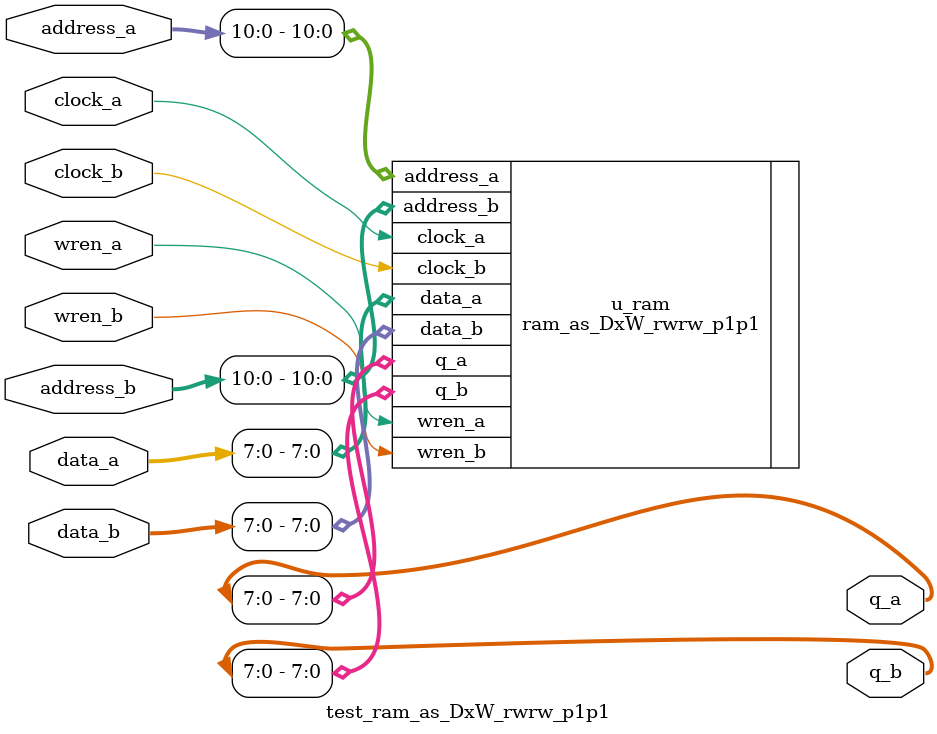
<source format=sv>


module test_ram_as_DxW_rwrw_p1p1 (
	input           clock_a,
	input [31:0]    address_a,
	input           wren_a,
	input [31:0]    data_a,
	output[31:0]    q_a,

	input           clock_b,
	input [31:0]    address_b,
	input           wren_b,
	input [31:0]    data_b,
	output[31:0]    q_b
);

    localparam DEPTH = 2048;
    localparam WIDTH = 8;

    localparam DEPTH_BITS = $clog2(DEPTH);

    ram_as_DxW_rwrw_p1p1 #(
        .DEPTH(DEPTH),
        .WIDTH(WIDTH)
    )
    u_ram ( 
        .clock_a(clock_a),
        .address_a(address_a[DEPTH_BITS-1:0]),
        .wren_a(wren_a),
        .data_a(data_a[WIDTH-1:0]),
        .q_a(q_a[WIDTH-1:0]),

        .clock_b(clock_b),
        .address_b(address_b[DEPTH_BITS-1:0]),
        .wren_b(wren_b),
        .data_b(data_b[WIDTH-1:0]),
        .q_b(q_b[WIDTH-1:0]) 
    );

endmodule

</source>
